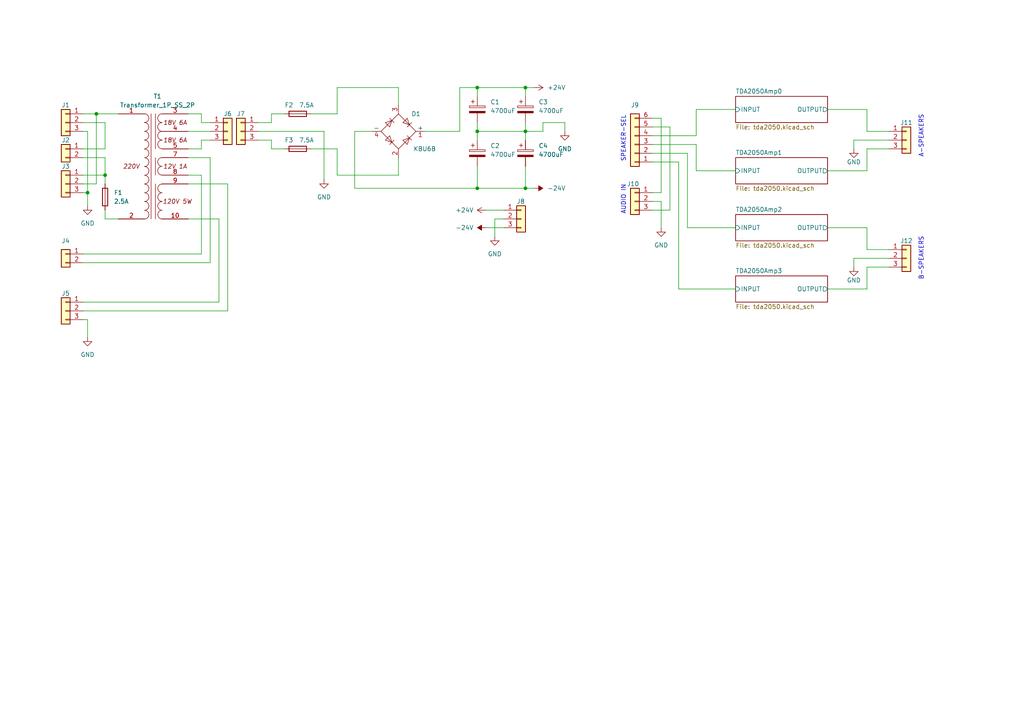
<source format=kicad_sch>
(kicad_sch (version 20211123) (generator eeschema)
  (paper "A4")
  (lib_symbols
    (symbol "Connector_Generic:Conn_01x02" (pin_names (offset 1.016) hide)
      (property "Reference" "J" (at 0 2.54 0))
      (property "Value" "Conn_01x02" (at 0 -5.08 0))
      (symbol "Conn_01x02_1_1"
        (rectangle (start -1.27 -2.413) (end 0 -2.667) (stroke (width 0.1524)))
        (rectangle (start -1.27 0.127) (end 0 -0.127) (stroke (width 0.1524)))
        (rectangle (start -1.27 1.27) (end 1.27 -3.81) (stroke (width 0.254)) (fill (type background)))
        (pin passive line (at -5.08 0 0) (length 3.81) (name "Pin_1") (number "1"))
        (pin passive line (at -5.08 -2.54 0) (length 3.81) (name "Pin_2") (number "2"))
      )
    )
    (symbol "Connector_Generic:Conn_01x03" (pin_names (offset 1.016) hide)
      (property "Reference" "J" (at 0 5.08 0))
      (property "Value" "Conn_01x03" (at 0 -5.08 0))
      (symbol "Conn_01x03_1_1"
        (rectangle (start -1.27 -2.413) (end 0 -2.667) (stroke (width 0.1524)))
        (rectangle (start -1.27 0.127) (end 0 -0.127) (stroke (width 0.1524)))
        (rectangle (start -1.27 2.667) (end 0 2.413) (stroke (width 0.1524)))
        (rectangle (start -1.27 3.81) (end 1.27 -3.81) (stroke (width 0.254)) (fill (type background)))
        (pin passive line (at -5.08 2.54 0) (length 3.81) (name "Pin_1") (number "1"))
        (pin passive line (at -5.08 0 0) (length 3.81) (name "Pin_2") (number "2"))
        (pin passive line (at -5.08 -2.54 0) (length 3.81) (name "Pin_3") (number "3"))
      )
    )
    (symbol "Connector_Generic:Conn_01x06" (pin_names (offset 1.016) hide)
      (property "Reference" "J" (at 0 7.62 0))
      (property "Value" "Conn_01x06" (at 0 -10.16 0))
      (symbol "Conn_01x06_1_1"
        (rectangle (start -1.27 -7.493) (end 0 -7.747) (stroke (width 0.1524)))
        (rectangle (start -1.27 -4.953) (end 0 -5.207) (stroke (width 0.1524)))
        (rectangle (start -1.27 -2.413) (end 0 -2.667) (stroke (width 0.1524)))
        (rectangle (start -1.27 0.127) (end 0 -0.127) (stroke (width 0.1524)))
        (rectangle (start -1.27 2.667) (end 0 2.413) (stroke (width 0.1524)))
        (rectangle (start -1.27 5.207) (end 0 4.953) (stroke (width 0.1524)))
        (rectangle (start -1.27 6.35) (end 1.27 -8.89) (stroke (width 0.254)) (fill (type background)))
        (pin passive line (at -5.08 5.08 0) (length 3.81) (name "Pin_1") (number "1"))
        (pin passive line (at -5.08 2.54 0) (length 3.81) (name "Pin_2") (number "2"))
        (pin passive line (at -5.08 0 0) (length 3.81) (name "Pin_3") (number "3"))
        (pin passive line (at -5.08 -2.54 0) (length 3.81) (name "Pin_4") (number "4"))
        (pin passive line (at -5.08 -5.08 0) (length 3.81) (name "Pin_5") (number "5"))
        (pin passive line (at -5.08 -7.62 0) (length 3.81) (name "Pin_6") (number "6"))
      )
    )
    (symbol "Device:C_Polarized" (pin_numbers hide) (pin_names (offset 0.254))
      (property "Reference" "C" (at 0.635 2.54 0))
      (property "Value" "C_Polarized" (at 0.635 -2.54 0))
      (symbol "C_Polarized_0_1"
        (rectangle (start -2.286 0.508) (end 2.286 1.016))
        (polyline (pts (xy -1.778 2.286) (xy -0.762 2.286)))
        (polyline (pts (xy -1.27 2.794) (xy -1.27 1.778)))
        (rectangle (start 2.286 -0.508) (end -2.286 -1.016) (fill (type outline)))
      )
      (symbol "C_Polarized_1_1"
        (pin passive line (at 0 3.81 270) (length 2.794) (name "~") (number "1"))
        (pin passive line (at 0 -3.81 90) (length 2.794) (name "~") (number "2"))
      )
    )
    (symbol "Device:Fuse" (pin_numbers hide) (pin_names (offset 0))
      (property "Reference" "F" (at 2.032 0 90))
      (property "Value" "Fuse" (at -1.905 0 90))
      (symbol "Fuse_0_1"
        (rectangle (start -0.762 -2.54) (end 0.762 2.54) (stroke (width 0.254)))
        (polyline (pts (xy 0 2.54) (xy 0 -2.54)))
      )
      (symbol "Fuse_1_1"
        (pin passive line (at 0 3.81 270) (length 1.27) (name "~") (number "1"))
        (pin passive line (at 0 -3.81 90) (length 1.27) (name "~") (number "2"))
      )
    )
    (symbol "Diode_Bridge:KBU6B" (pin_names (offset 0))
      (property "Reference" "D" (at 2.54 6.985 0))
      (property "Value" "KBU6B" (at 2.54 5.08 0))
      (symbol "KBU6B_0_1"
        (polyline (pts (xy -2.54 3.81) (xy -1.27 2.54)))
        (polyline (pts (xy -1.27 -2.54) (xy -2.54 -3.81)))
        (polyline (pts (xy 2.54 -1.27) (xy 3.81 -2.54)))
        (polyline (pts (xy 2.54 1.27) (xy 3.81 2.54)))
        (polyline (pts (xy -3.81 2.54) (xy -2.54 1.27) (xy -1.905 3.175) (xy -3.81 2.54)))
        (polyline (pts (xy -2.54 -1.27) (xy -3.81 -2.54) (xy -1.905 -3.175) (xy -2.54 -1.27)))
        (polyline (pts (xy 1.27 2.54) (xy 2.54 3.81) (xy 3.175 1.905) (xy 1.27 2.54)))
        (polyline (pts (xy 3.175 -1.905) (xy 1.27 -2.54) (xy 2.54 -3.81) (xy 3.175 -1.905)))
        (polyline (pts (xy -5.08 0) (xy 0 -5.08) (xy 5.08 0) (xy 0 5.08) (xy -5.08 0)))
      )
      (symbol "KBU6B_1_1"
        (pin passive line (at 7.62 0 180) (length 2.54) (name "+") (number "1"))
        (pin passive line (at 0 -7.62 90) (length 2.54) (name "~") (number "2"))
        (pin passive line (at 0 7.62 270) (length 2.54) (name "~") (number "3"))
        (pin passive line (at -7.62 0 0) (length 2.54) (name "-") (number "4"))
      )
    )
    (symbol "lib:Transformer_1P_SS_2P" (pin_names (offset 1.016) hide)
      (property "Reference" "T?" (at 1.2247 10.16 0))
      (property "Value" "Transformer_1P_SS_2P" (at 1.2247 7.62 0))
      (symbol "Transformer_1P_SS_2P_0_0"
        (text "120V 5W" (at 6.985 -20.32 0) (effects (font (size 1.27 1.27) italic)))
        (text "12V 1A" (at 6.35 -10.16 0) (effects (font (size 1.27 1.27) italic)))
        (text "18V 6A" (at 6.35 -2.54 0) (effects (font (size 1.27 1.27) italic)))
        (text "18V 6A" (at 6.35 2.54 0) (effects (font (size 1.27 1.27) italic)))
        (text "220V" (at -6.35 -10.16 0) (effects (font (size 1.27 1.27) italic)))
      )
      (symbol "Transformer_1P_SS_2P_0_1"
        (arc (start -2.54 -5.0546) (mid -1.6599 -4.6901) (end -1.27 -3.81))
        (arc (start -2.54 -2.5146) (mid -1.6599 -2.1501) (end -1.27 -1.27))
        (arc (start -2.54 0.0254) (mid -1.6599 0.3899) (end -1.27 1.27))
        (arc (start -2.54 2.5654) (mid -1.6599 2.9299) (end -1.27 3.81))
        (arc (start -2.5217 -25.4189) (mid -1.6378 -25.0506) (end -1.2517 -24.1743))
        (arc (start -2.5217 -22.8789) (mid -1.6378 -22.5106) (end -1.2517 -21.6343))
        (arc (start -2.5217 -20.3389) (mid -1.6378 -19.9706) (end -1.2517 -19.0943))
        (arc (start -2.5217 -17.7989) (mid -1.6378 -17.4306) (end -1.2517 -16.5543))
        (arc (start -2.5217 -15.2589) (mid -1.6378 -14.8906) (end -1.2517 -14.0143))
        (arc (start -2.5217 -12.7189) (mid -1.6378 -12.3506) (end -1.2517 -11.4743))
        (arc (start -2.5217 -10.1789) (mid -1.6378 -9.8106) (end -1.2517 -8.9343))
        (arc (start -2.5217 -7.6389) (mid -1.6378 -7.2706) (end -1.2517 -6.3943))
        (arc (start -1.27 -3.81) (mid -1.642 -2.912) (end -2.54 -2.54))
        (arc (start -1.27 -1.27) (mid -1.642 -0.372) (end -2.54 0))
        (arc (start -1.27 1.27) (mid -1.642 2.168) (end -2.54 2.54))
        (arc (start -1.27 3.81) (mid -1.642 4.708) (end -2.54 5.08))
        (arc (start -1.2517 -24.1743) (mid -1.6237 -23.2763) (end -2.5217 -22.9043))
        (arc (start -1.2517 -21.6343) (mid -1.6237 -20.7363) (end -2.5217 -20.3643))
        (arc (start -1.2517 -19.0943) (mid -1.6237 -18.1963) (end -2.5217 -17.8243))
        (arc (start -1.2517 -16.5543) (mid -1.6237 -15.6563) (end -2.5217 -15.2843))
        (arc (start -1.2517 -14.0143) (mid -1.6237 -13.1163) (end -2.5217 -12.7443))
        (arc (start -1.2517 -11.4743) (mid -1.6237 -10.5763) (end -2.5217 -10.2043))
        (arc (start -1.2517 -8.9343) (mid -1.6237 -8.0363) (end -2.5217 -7.6643))
        (arc (start -1.2517 -6.3943) (mid -1.6237 -5.4963) (end -2.5217 -5.1243))
        (polyline (pts (xy -0.635 5.08) (xy -0.635 -25.4)))
        (polyline (pts (xy 0.635 -25.4) (xy 0.635 -15.24)))
        (polyline (pts (xy 0.635 -12.7) (xy 0.635 -7.62)))
        (polyline (pts (xy 0.635 -5.08) (xy 0.635 5.08)))
        (arc (start 1.2954 -11.43) (mid 1.6599 -12.3101) (end 2.54 -12.6746))
        (arc (start 1.2954 -8.89) (mid 1.6599 -9.7701) (end 2.54 -10.1346))
        (arc (start 1.2954 -1.27) (mid 1.6599 -2.1501) (end 2.54 -2.5146))
        (arc (start 1.2954 1.27) (mid 1.6599 0.3899) (end 2.54 0.0254))
        (arc (start 1.2954 3.81) (mid 1.6599 2.9299) (end 2.54 2.5654))
        (arc (start 1.3124 -24.172) (mid 1.6769 -25.0521) (end 2.557 -25.4166))
        (arc (start 1.3124 -21.632) (mid 1.6769 -22.5121) (end 2.557 -22.8766))
        (arc (start 1.3124 -19.092) (mid 1.6769 -19.9721) (end 2.557 -20.3366))
        (arc (start 1.3124 -16.552) (mid 1.6769 -17.4321) (end 2.557 -17.7966))
        (arc (start 1.3208 -3.81) (mid 1.6853 -4.6901) (end 2.5654 -5.0546))
        (arc (start 2.54 -10.16) (mid 1.6458 -10.5285) (end 1.2954 -11.43))
        (arc (start 2.54 -7.62) (mid 1.6458 -7.9885) (end 1.2954 -8.89))
        (arc (start 2.54 0) (mid 1.642 -0.372) (end 1.2954 -1.27))
        (arc (start 2.54 2.54) (mid 1.642 2.168) (end 1.2954 1.27))
        (arc (start 2.54 5.08) (mid 1.642 4.708) (end 1.2954 3.81))
        (arc (start 2.557 -22.902) (mid 1.6628 -23.2705) (end 1.3124 -24.172))
        (arc (start 2.557 -20.362) (mid 1.6628 -20.7305) (end 1.3124 -21.632))
        (arc (start 2.557 -17.822) (mid 1.6628 -18.1905) (end 1.3124 -19.092))
        (arc (start 2.557 -15.282) (mid 1.6628 -15.6505) (end 1.3124 -16.552))
        (arc (start 2.5654 -2.54) (mid 1.6674 -2.912) (end 1.3208 -3.81))
      )
      (symbol "Transformer_1P_SS_2P_1_1"
        (pin passive line (at -10.16 5.08 0) (length 7.62) (name "AA") (number "1"))
        (pin passive line (at 10.16 -25.4 180) (length 7.62) (name "SA") (number "10"))
        (pin passive line (at -10.16 -25.4 0) (length 7.62) (name "AB") (number "2"))
        (pin passive line (at 10.16 5.08 180) (length 7.62) (name "SB") (number "3"))
        (pin passive line (at 10.16 0 180) (length 7.62) (name "SA") (number "4"))
        (pin passive line (at 10.16 -5.08 180) (length 7.62) (name "SA") (number "5"))
        (pin passive line (at 10.16 -7.62 180) (length 7.62) (name "SB") (number "7"))
        (pin passive line (at 10.16 -12.7 180) (length 7.62) (name "SA") (number "8"))
        (pin passive line (at 10.16 -15.24 180) (length 7.62) (name "SB") (number "9"))
      )
    )
    (symbol "power:+24V" (power) (pin_names (offset 0))
      (property "Value" "+24V" (at 0 3.556 0))
      (symbol "+24V_0_1"
        (polyline (pts (xy -0.762 1.27) (xy 0 2.54)))
        (polyline (pts (xy 0 0) (xy 0 2.54)))
        (polyline (pts (xy 0 2.54) (xy 0.762 1.27)))
      )
      (symbol "+24V_1_1"
        (pin power_in line (at 0 0 90) (length 0) hide (name "+24V") (number "1"))
      )
    )
    (symbol "power:-24V" (power) (pin_names (offset 0))
      (property "Value" "-24V" (at 0 3.81 0))
      (symbol "-24V_0_0"
        (pin power_in line (at 0 0 90) (length 0) hide (name "-24V") (number "1"))
      )
      (symbol "-24V_0_1"
        (polyline (pts (xy 0 0) (xy 0 1.27) (xy 0.762 1.27) (xy 0 2.54) (xy -0.762 1.27) (xy 0 1.27)) (fill (type outline)))
      )
    )
    (symbol "power:GND" (power) (pin_names (offset 0))
      (property "Value" "GND" (at 0 -3.81 0))
      (symbol "GND_0_1"
        (polyline (pts (xy 0 0) (xy 0 -1.27) (xy 1.27 -1.27) (xy 0 -2.54) (xy -1.27 -1.27) (xy 0 -1.27)))
      )
      (symbol "GND_1_1"
        (pin power_in line (at 0 0 270) (length 0) hide (name "GND") (number "1"))
      )
    )
  )
  (junction (at 138.43 38.1))
  (junction (at 30.48 50.8))
  (junction (at 138.43 25.4))
  (junction (at 152.4 25.4))
  (junction (at 27.94 33.02))
  (junction (at 138.43 54.61))
  (junction (at 152.4 38.1))
  (junction (at 152.4 54.61))
  (junction (at 25.4 55.88))
  (wire (pts (xy 115.57 25.4) (xy 115.57 30.48)))
  (wire (pts (xy 257.81 77.47) (xy 251.46 77.47)))
  (wire (pts (xy 78.74 43.18) (xy 82.55 43.18)))
  (wire (pts (xy 138.43 38.1) (xy 152.4 38.1)))
  (wire (pts (xy 30.48 63.5) (xy 34.29 63.5)))
  (wire (pts (xy 66.04 53.34) (xy 54.61 53.34)))
  (wire (pts (xy 251.46 72.39) (xy 251.46 66.04)))
  (wire (pts (xy 74.93 35.56) (xy 78.74 35.56)))
  (wire (pts (xy 251.46 43.18) (xy 251.46 49.53)))
  (wire (pts (xy 251.46 77.47) (xy 251.46 83.82)))
  (wire (pts (xy 24.13 90.17) (xy 66.04 90.17)))
  (wire (pts (xy 24.13 50.8) (xy 30.48 50.8)))
  (wire (pts (xy 191.77 55.88) (xy 191.77 34.29)))
  (wire (pts (xy 102.87 54.61) (xy 102.87 38.1)))
  (wire (pts (xy 60.96 76.2) (xy 24.13 76.2)))
  (wire (pts (xy 157.48 35.56) (xy 157.48 38.1)))
  (wire (pts (xy 140.97 66.04) (xy 146.05 66.04)))
  (wire (pts (xy 30.48 43.18) (xy 24.13 43.18)))
  (wire (pts (xy 138.43 25.4) (xy 152.4 25.4)))
  (wire (pts (xy 251.46 38.1) (xy 251.46 31.75)))
  (wire (pts (xy 30.48 45.72) (xy 30.48 50.8)))
  (wire (pts (xy 78.74 33.02) (xy 82.55 33.02)))
  (wire (pts (xy 93.98 52.07) (xy 93.98 38.1)))
  (wire (pts (xy 78.74 40.64) (xy 78.74 43.18)))
  (wire (pts (xy 199.39 66.04) (xy 199.39 44.45)))
  (wire (pts (xy 213.36 66.04) (xy 199.39 66.04)))
  (wire (pts (xy 54.61 45.72) (xy 60.96 45.72)))
  (wire (pts (xy 251.46 83.82) (xy 240.03 83.82)))
  (wire (pts (xy 196.85 46.99) (xy 196.85 83.82)))
  (wire (pts (xy 257.81 43.18) (xy 251.46 43.18)))
  (wire (pts (xy 97.79 25.4) (xy 115.57 25.4)))
  (wire (pts (xy 196.85 83.82) (xy 213.36 83.82)))
  (wire (pts (xy 30.48 50.8) (xy 30.48 53.34)))
  (wire (pts (xy 58.42 35.56) (xy 58.42 33.02)))
  (wire (pts (xy 27.94 33.02) (xy 34.29 33.02)))
  (wire (pts (xy 123.19 38.1) (xy 133.35 38.1)))
  (wire (pts (xy 54.61 43.18) (xy 58.42 43.18)))
  (wire (pts (xy 30.48 35.56) (xy 30.48 43.18)))
  (wire (pts (xy 58.42 33.02) (xy 54.61 33.02)))
  (wire (pts (xy 152.4 38.1) (xy 157.48 38.1)))
  (wire (pts (xy 152.4 48.26) (xy 152.4 54.61)))
  (wire (pts (xy 152.4 54.61) (xy 138.43 54.61)))
  (wire (pts (xy 138.43 38.1) (xy 138.43 40.64)))
  (wire (pts (xy 24.13 73.66) (xy 58.42 73.66)))
  (wire (pts (xy 143.51 63.5) (xy 146.05 63.5)))
  (wire (pts (xy 189.23 39.37) (xy 201.93 39.37)))
  (wire (pts (xy 90.17 43.18) (xy 97.79 43.18)))
  (wire (pts (xy 97.79 43.18) (xy 97.79 50.8)))
  (wire (pts (xy 247.65 40.64) (xy 257.81 40.64)))
  (wire (pts (xy 152.4 25.4) (xy 154.94 25.4)))
  (wire (pts (xy 24.13 55.88) (xy 25.4 55.88)))
  (wire (pts (xy 247.65 74.93) (xy 257.81 74.93)))
  (wire (pts (xy 54.61 38.1) (xy 60.96 38.1)))
  (wire (pts (xy 74.93 40.64) (xy 78.74 40.64)))
  (wire (pts (xy 257.81 72.39) (xy 251.46 72.39)))
  (wire (pts (xy 163.83 35.56) (xy 157.48 35.56)))
  (wire (pts (xy 251.46 49.53) (xy 240.03 49.53)))
  (wire (pts (xy 60.96 40.64) (xy 58.42 40.64)))
  (wire (pts (xy 152.4 54.61) (xy 154.94 54.61)))
  (wire (pts (xy 251.46 66.04) (xy 240.03 66.04)))
  (wire (pts (xy 247.65 77.47) (xy 247.65 74.93)))
  (wire (pts (xy 58.42 73.66) (xy 58.42 50.8)))
  (wire (pts (xy 74.93 38.1) (xy 93.98 38.1)))
  (wire (pts (xy 54.61 63.5) (xy 63.5 63.5)))
  (wire (pts (xy 194.31 60.96) (xy 194.31 36.83)))
  (wire (pts (xy 189.23 60.96) (xy 194.31 60.96)))
  (wire (pts (xy 24.13 87.63) (xy 63.5 87.63)))
  (wire (pts (xy 257.81 38.1) (xy 251.46 38.1)))
  (wire (pts (xy 189.23 55.88) (xy 191.77 55.88)))
  (wire (pts (xy 201.93 41.91) (xy 189.23 41.91)))
  (wire (pts (xy 90.17 33.02) (xy 97.79 33.02)))
  (wire (pts (xy 191.77 58.42) (xy 189.23 58.42)))
  (wire (pts (xy 189.23 46.99) (xy 196.85 46.99)))
  (wire (pts (xy 30.48 60.96) (xy 30.48 63.5)))
  (wire (pts (xy 138.43 25.4) (xy 138.43 27.94)))
  (wire (pts (xy 152.4 35.56) (xy 152.4 38.1)))
  (wire (pts (xy 97.79 33.02) (xy 97.79 25.4)))
  (wire (pts (xy 143.51 68.58) (xy 143.51 63.5)))
  (wire (pts (xy 152.4 38.1) (xy 152.4 40.64)))
  (wire (pts (xy 213.36 49.53) (xy 201.93 49.53)))
  (wire (pts (xy 24.13 35.56) (xy 30.48 35.56)))
  (wire (pts (xy 102.87 54.61) (xy 138.43 54.61)))
  (wire (pts (xy 25.4 55.88) (xy 25.4 59.69)))
  (wire (pts (xy 78.74 35.56) (xy 78.74 33.02)))
  (wire (pts (xy 60.96 45.72) (xy 60.96 76.2)))
  (wire (pts (xy 138.43 48.26) (xy 138.43 54.61)))
  (wire (pts (xy 58.42 40.64) (xy 58.42 43.18)))
  (wire (pts (xy 251.46 31.75) (xy 240.03 31.75)))
  (wire (pts (xy 201.93 49.53) (xy 201.93 41.91)))
  (wire (pts (xy 191.77 66.04) (xy 191.77 58.42)))
  (wire (pts (xy 102.87 38.1) (xy 107.95 38.1)))
  (wire (pts (xy 25.4 38.1) (xy 25.4 55.88)))
  (wire (pts (xy 63.5 87.63) (xy 63.5 63.5)))
  (wire (pts (xy 24.13 53.34) (xy 27.94 53.34)))
  (wire (pts (xy 24.13 33.02) (xy 27.94 33.02)))
  (wire (pts (xy 133.35 38.1) (xy 133.35 25.4)))
  (wire (pts (xy 138.43 35.56) (xy 138.43 38.1)))
  (wire (pts (xy 25.4 97.79) (xy 25.4 92.71)))
  (wire (pts (xy 60.96 35.56) (xy 58.42 35.56)))
  (wire (pts (xy 58.42 50.8) (xy 54.61 50.8)))
  (wire (pts (xy 247.65 43.18) (xy 247.65 40.64)))
  (wire (pts (xy 24.13 38.1) (xy 25.4 38.1)))
  (wire (pts (xy 140.97 60.96) (xy 146.05 60.96)))
  (wire (pts (xy 66.04 90.17) (xy 66.04 53.34)))
  (wire (pts (xy 24.13 45.72) (xy 30.48 45.72)))
  (wire (pts (xy 199.39 44.45) (xy 189.23 44.45)))
  (wire (pts (xy 27.94 53.34) (xy 27.94 33.02)))
  (wire (pts (xy 25.4 92.71) (xy 24.13 92.71)))
  (wire (pts (xy 115.57 45.72) (xy 115.57 50.8)))
  (wire (pts (xy 163.83 38.1) (xy 163.83 35.56)))
  (wire (pts (xy 97.79 50.8) (xy 115.57 50.8)))
  (wire (pts (xy 191.77 34.29) (xy 189.23 34.29)))
  (wire (pts (xy 133.35 25.4) (xy 138.43 25.4)))
  (wire (pts (xy 152.4 25.4) (xy 152.4 27.94)))
  (wire (pts (xy 201.93 31.75) (xy 213.36 31.75)))
  (wire (pts (xy 194.31 36.83) (xy 189.23 36.83)))
  (wire (pts (xy 201.93 39.37) (xy 201.93 31.75)))
  (text "SPEAKER-SEL" (at 181.61 46.99 90) (effects (font (size 1.27 1.27)) (justify left bottom)))
  (text "A-SPEAKERS" (at 267.97 45.72 90) (effects (font (size 1.27 1.27)) (justify left bottom)))
  (text "AUDIO IN" (at 181.61 62.23 90) (effects (font (size 1.27 1.27)) (justify left bottom)))
  (text "B-SPEAKERS" (at 267.97 81.28 90) (effects (font (size 1.27 1.27)) (justify left bottom)))
  (symbol (lib_id "Connector_Generic:Conn_01x03") (at 19.05 53.34 0) (mirror y) (unit 1) (in_bom no) (on_board no)
    (property "Reference" "J3" (at 19.05 48.26 0))
    (property "Value" "Conn_01x03" (effects hide))
    (property "Footprint" "TerminalBlock_Phoenix:TerminalBlock_Phoenix_MKDS-1,5-3-5.08_1x03_P5.08mm_Horizontal" (effects hide))
  )
  (symbol (lib_id "lib:Transformer_1P_SS_2P") (at 44.45 38.1 0) (unit 1) (in_bom no) (on_board no)
    (property "Reference" "T1" (at 45.6747 27.94 0))
    (property "Value" "Transformer_1P_SS_2P" (at 45.6747 30.48 0))
    (property "Footprint" "TerminalBlock_Phoenix:TerminalBlock_Phoenix_MKDS-1,5-10-5.08_1x10_P5.08mm_Horizontal" (effects hide))
  )
  (symbol (lib_id "Connector_Generic:Conn_01x03") (at 66.04 38.1 0) (unit 1) (in_bom no) (on_board no)
    (property "Reference" "J6" (at 66.04 33.02 0))
    (property "Value" "Conn_01x03" (effects hide))
    (property "Footprint" "TerminalBlock_Phoenix:TerminalBlock_Phoenix_MKDS-1,5-3-5.08_1x03_P5.08mm_Horizontal" (effects hide))
  )
  (symbol (lib_id "Diode_Bridge:KBU6B") (at 115.57 38.1 0) (unit 1)
    (property "Reference" "D1" (at 120.65 33.02 0))
    (property "Value" "KBU6B" (at 123.19 43.18 0))
    (property "Footprint" "Diode_THT:Diode_Bridge_Vishay_KBU" (effects hide))
    (property "Datasheet" "http://www.vishay.com/docs/88656/kbu6.pdf" (effects hide))
  )
  (symbol (lib_id "Connector_Generic:Conn_01x03") (at 262.89 74.93 0) (unit 1)
    (property "Reference" "J12" (at 262.89 69.85 0))
    (property "Value" "Conn_01x03" (effects hide))
    (property "Footprint" "TerminalBlock_Phoenix:TerminalBlock_Phoenix_MKDS-1,5-3-5.08_1x03_P5.08mm_Horizontal" (effects hide))
  )
  (symbol (lib_id "power:GND") (at 191.77 66.04 0) (unit 1)
    (property "Reference" "#PWR010" (effects hide))
    (property "Value" "GND" (at 191.77 71.12 0))
  )
  (symbol (lib_id "power:GND") (at 143.51 68.58 0) (unit 1)
    (property "Reference" "#PWR06" (effects hide))
    (property "Value" "GND" (at 143.51 73.66 0))
  )
  (symbol (lib_id "Device:C_Polarized") (at 152.4 44.45 0) (unit 1)
    (property "Reference" "C4" (at 156.21 42.2909 0) (effects (justify left)))
    (property "Value" "4700uF" (at 156.21 44.8309 0) (effects (justify left)))
    (property "Footprint" "Capacitor_THT:CP_Radial_D18.0mm_P7.50mm" (effects hide))
    (property "Voltage" "35v" (effects hide))
    (property "Type" "Electrolitico" (effects hide))
  )
  (symbol (lib_id "Connector_Generic:Conn_01x03") (at 184.15 58.42 0) (mirror y) (unit 1)
    (property "Reference" "J10" (at 185.42 53.34 0) (effects (justify left)))
    (property "Value" "Conn_01x03" (effects hide))
    (property "Footprint" "Connector_Molex:Molex_KK-254_AE-6410-03A_1x03_P2.54mm_Vertical" (effects hide))
  )
  (symbol (lib_id "power:GND") (at 25.4 97.79 0) (unit 1)
    (property "Reference" "#PWR02" (effects hide))
    (property "Value" "GND" (at 25.4 102.87 0))
  )
  (symbol (lib_id "power:GND") (at 93.98 52.07 0) (unit 1)
    (property "Reference" "#PWR03" (effects hide))
    (property "Value" "GND" (at 93.98 57.15 0))
  )
  (symbol (lib_id "power:GND") (at 247.65 43.18 0) (unit 1)
    (property "Reference" "#PWR011" (effects hide))
    (property "Value" "GND" (at 247.65 46.99 0))
  )
  (symbol (lib_id "Device:C_Polarized") (at 138.43 31.75 0) (unit 1)
    (property "Reference" "C1" (at 142.24 29.5909 0) (effects (justify left)))
    (property "Value" "4700uF" (at 142.24 32.1309 0) (effects (justify left)))
    (property "Footprint" "Capacitor_THT:CP_Radial_D18.0mm_P7.50mm" (effects hide))
    (property "Voltage" "35v" (effects hide))
    (property "Type" "Electrolitico" (effects hide))
  )
  (symbol (lib_id "power:GND") (at 163.83 38.1 0) (unit 1)
    (property "Reference" "#PWR09" (effects hide))
    (property "Value" "GND" (at 163.83 43.18 0))
  )
  (symbol (lib_id "Connector_Generic:Conn_01x03") (at 151.13 63.5 0) (unit 1)
    (property "Reference" "J8" (at 149.86 58.42 0) (effects (justify left)))
    (property "Value" "Conn_01x03" (effects hide))
    (property "Footprint" "Connector_Molex:Molex_KK-254_AE-6410-03A_1x03_P2.54mm_Vertical" (effects hide))
  )
  (symbol (lib_id "Device:C_Polarized") (at 152.4 31.75 0) (unit 1)
    (property "Reference" "C3" (at 156.21 29.5909 0) (effects (justify left)))
    (property "Value" "4700uF" (at 156.21 32.1309 0) (effects (justify left)))
    (property "Footprint" "Capacitor_THT:CP_Radial_D18.0mm_P7.50mm" (effects hide))
    (property "Voltage" "35v" (effects hide))
    (property "Type" "Electrolitico" (effects hide))
  )
  (symbol (lib_id "power:+24V") (at 140.97 60.96 90) (mirror x) (unit 1)
    (property "Reference" "#PWR04" (effects hide))
    (property "Value" "+24V" (at 132.08 60.96 90) (effects (justify right)))
  )
  (symbol (lib_id "Device:Fuse") (at 86.36 43.18 90) (unit 1)
    (property "Reference" "F3" (at 83.82 40.64 90))
    (property "Value" "7.5A" (at 88.9 40.64 90))
    (property "Footprint" "Fuse:Fuseholder_Littelfuse_100_series_5x20mm" (effects hide))
  )
  (symbol (lib_id "Connector_Generic:Conn_01x02") (at 19.05 73.66 0) (mirror y) (unit 1) (in_bom no) (on_board no)
    (property "Reference" "J4" (at 19.05 69.85 0))
    (property "Value" "Conn_01x02" (effects hide))
    (property "Footprint" "TerminalBlock_Phoenix:TerminalBlock_Phoenix_MKDS-1,5-2-5.08_1x02_P5.08mm_Horizontal" (effects hide))
  )
  (symbol (lib_id "Device:C_Polarized") (at 138.43 44.45 0) (unit 1)
    (property "Reference" "C2" (at 142.24 42.2909 0) (effects (justify left)))
    (property "Value" "4700uF" (at 142.24 44.8309 0) (effects (justify left)))
    (property "Footprint" "Capacitor_THT:CP_Radial_D18.0mm_P7.50mm" (effects hide))
    (property "Voltage" "35v" (effects hide))
    (property "Type" "Electrolitico" (effects hide))
  )
  (symbol (lib_id "Connector_Generic:Conn_01x06") (at 184.15 41.91 180) (unit 1)
    (property "Reference" "J9" (at 184.15 30.48 0))
    (property "Value" "Conn_01x06" (effects hide))
    (property "Footprint" "Connector_Molex:Molex_KK-254_AE-6410-06A_1x06_P2.54mm_Vertical" (effects hide))
  )
  (symbol (lib_id "power:GND") (at 25.4 59.69 0) (unit 1)
    (property "Reference" "#PWR01" (effects hide))
    (property "Value" "GND" (at 25.4 64.77 0))
  )
  (symbol (lib_id "Device:Fuse") (at 30.48 57.15 0) (unit 1) (in_bom no) (on_board no)
    (property "Reference" "F1" (at 33.02 55.8799 0) (effects (justify left)))
    (property "Value" "2.5A" (at 33.02 58.4199 0) (effects (justify left)))
    (property "Footprint" "Fuse:Fuseholder_Littelfuse_100_series_5x20mm" (effects hide))
  )
  (symbol (lib_id "power:GND") (at 247.65 77.47 0) (unit 1)
    (property "Reference" "#PWR012" (effects hide))
    (property "Value" "GND" (at 247.65 81.28 0))
  )
  (symbol (lib_id "Connector_Generic:Conn_01x03") (at 69.85 38.1 0) (mirror y) (unit 1)
    (property "Reference" "J7" (at 69.85 33.02 0))
    (property "Value" "Conn_01x03" (effects hide))
    (property "Footprint" "TerminalBlock_Phoenix:TerminalBlock_Phoenix_MKDS-1,5-3-5.08_1x03_P5.08mm_Horizontal" (effects hide))
  )
  (symbol (lib_id "Connector_Generic:Conn_01x03") (at 19.05 90.17 0) (mirror y) (unit 1) (in_bom no) (on_board no)
    (property "Reference" "J5" (at 19.05 85.09 0))
    (property "Value" "Conn_01x03" (effects hide))
    (property "Footprint" "TerminalBlock_Phoenix:TerminalBlock_Phoenix_MKDS-1,5-3-5.08_1x03_P5.08mm_Horizontal" (effects hide))
  )
  (symbol (lib_id "power:-24V") (at 154.94 54.61 270) (unit 1)
    (property "Reference" "#PWR08" (effects hide))
    (property "Value" "-24V" (at 158.75 54.6099 90) (effects (justify left)))
  )
  (symbol (lib_id "Connector_Generic:Conn_01x02") (at 19.05 43.18 0) (mirror y) (unit 1) (in_bom no) (on_board no)
    (property "Reference" "J2" (at 19.05 40.64 0))
    (property "Value" "Conn_01x02" (effects hide))
    (property "Footprint" "TerminalBlock_Phoenix:TerminalBlock_Phoenix_MKDS-1,5-2-5.08_1x02_P5.08mm_Horizontal" (effects hide))
  )
  (symbol (lib_id "Device:Fuse") (at 86.36 33.02 90) (unit 1)
    (property "Reference" "F2" (at 83.82 30.48 90))
    (property "Value" "7.5A" (at 88.9 30.48 90))
    (property "Footprint" "Fuse:Fuseholder_Littelfuse_100_series_5x20mm" (effects hide))
  )
  (symbol (lib_id "power:+24V") (at 154.94 25.4 270) (unit 1)
    (property "Reference" "#PWR07" (effects hide))
    (property "Value" "+24V" (at 158.75 25.3999 90) (effects (justify left)))
  )
  (symbol (lib_id "Connector_Generic:Conn_01x03") (at 19.05 35.56 0) (mirror y) (unit 1) (in_bom no) (on_board no)
    (property "Reference" "J1" (at 19.05 30.48 0))
    (property "Value" "Conn_01x03" (effects hide))
    (property "Footprint" "TerminalBlock_Phoenix:TerminalBlock_Phoenix_MKDS-1,5-3-5.08_1x03_P5.08mm_Horizontal" (effects hide))
  )
  (symbol (lib_id "Connector_Generic:Conn_01x03") (at 262.89 40.64 0) (unit 1)
    (property "Reference" "J11" (at 262.89 35.56 0))
    (property "Value" "Conn_01x03" (effects hide))
    (property "Footprint" "TerminalBlock_Phoenix:TerminalBlock_Phoenix_MKDS-1,5-3-5.08_1x03_P5.08mm_Horizontal" (effects hide))
  )
  (symbol (lib_id "power:-24V") (at 140.97 66.04 90) (mirror x) (unit 1)
    (property "Reference" "#PWR05" (effects hide))
    (property "Value" "-24V" (at 132.08 66.04 90) (effects (justify right)))
  )
  (sheet (at 213.36 62.23) (size 26.67 7.62) (stroke (width 0.1524))
    (property "Sheet name" "TDA2050Amp2" (at 213.36 61.5184 0) (effects (justify left bottom)))
    (property "Sheet file" "tda2050.kicad_sch" (at 213.36 70.4346 0) (effects (justify left top)))
    (pin "INPUT" input (at 213.36 66.04 180))
    (pin "OUTPUT" output (at 240.03 66.04 0))
  )
  (sheet (at 213.36 80.01) (size 26.67 7.62) (stroke (width 0.1524))
    (property "Sheet name" "TDA2050Amp3" (at 213.36 79.2984 0) (effects (justify left bottom)))
    (property "Sheet file" "tda2050.kicad_sch" (at 213.36 88.2146 0) (effects (justify left top)))
    (pin "INPUT" input (at 213.36 83.82 180))
    (pin "OUTPUT" output (at 240.03 83.82 0))
  )
  (sheet (at 213.36 27.94) (size 26.67 7.62) (stroke (width 0.1524))
    (property "Sheet name" "TDA2050Amp0" (at 213.36 27.2284 0) (effects (justify left bottom)))
    (property "Sheet file" "tda2050.kicad_sch" (at 213.36 36.1446 0) (effects (justify left top)))
    (pin "INPUT" input (at 213.36 31.75 180))
    (pin "OUTPUT" output (at 240.03 31.75 0))
  )
  (sheet (at 213.36 45.72) (size 26.67 7.62) (stroke (width 0.1524))
    (property "Sheet name" "TDA2050Amp1" (at 213.36 45.0084 0) (effects (justify left bottom)))
    (property "Sheet file" "tda2050.kicad_sch" (at 213.36 53.9246 0) (effects (justify left top)))
    (pin "INPUT" input (at 213.36 49.53 180))
    (pin "OUTPUT" output (at 240.03 49.53 0))
  )
)
</source>
